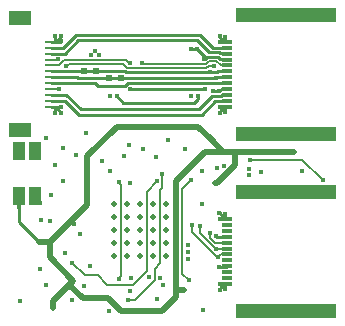
<source format=gbr>
%TF.GenerationSoftware,Altium Limited,Altium Designer,23.5.1 (21)*%
G04 Layer_Physical_Order=4*
G04 Layer_Color=16711680*
%FSLAX45Y45*%
%MOMM*%
%TF.SameCoordinates,8EFB5E64-3944-4511-97F7-C7C57B94F044*%
%TF.FilePolarity,Positive*%
%TF.FileFunction,Copper,L4,Bot,Signal*%
%TF.Part,CustomerPanel*%
G01*
G75*
%TA.AperFunction,ConnectorPad*%
%ADD10R,0.85000X0.30000*%
%ADD11R,1.05000X0.28000*%
%TA.AperFunction,SMDPad,CuDef*%
%ADD12R,0.60000X0.60000*%
%TA.AperFunction,Conductor*%
%ADD26C,0.12700*%
%ADD27C,0.25400*%
%ADD28C,0.50800*%
%TA.AperFunction,ConnectorPad*%
%ADD29R,8.50000X1.20000*%
%ADD30R,1.95000X1.20000*%
%TA.AperFunction,ComponentPad*%
%ADD31C,0.65000*%
%TA.AperFunction,ViaPad*%
%ADD32C,0.45000*%
%ADD33C,0.50000*%
%TA.AperFunction,SMDPad,CuDef*%
%ADD34R,1.00000X1.60000*%
%TA.AperFunction,NonConductor*%
%ADD35C,0.25400*%
D10*
X2707500Y2824997D02*
D03*
Y2874997D02*
D03*
Y2924997D02*
D03*
Y2974997D02*
D03*
Y3024997D02*
D03*
Y3074997D02*
D03*
Y3124997D02*
D03*
Y3174997D02*
D03*
Y3224997D02*
D03*
Y3274997D02*
D03*
Y3324997D02*
D03*
Y3374997D02*
D03*
Y1874997D02*
D03*
Y1824997D02*
D03*
Y1774997D02*
D03*
Y1724997D02*
D03*
Y1674997D02*
D03*
Y1624997D02*
D03*
Y1574997D02*
D03*
Y1524997D02*
D03*
Y1474997D02*
D03*
Y1424997D02*
D03*
Y1374997D02*
D03*
Y1324997D02*
D03*
D11*
X1215000Y3374997D02*
D03*
Y3324997D02*
D03*
Y3274997D02*
D03*
Y3224997D02*
D03*
Y3174997D02*
D03*
Y3124997D02*
D03*
Y3074997D02*
D03*
Y3024997D02*
D03*
Y2974997D02*
D03*
Y2924997D02*
D03*
Y2874997D02*
D03*
Y2824997D02*
D03*
D12*
X1805000Y3067497D02*
D03*
X1705000D02*
D03*
X1595000Y3124997D02*
D03*
X1495000D02*
D03*
D26*
X1927500Y1189997D02*
X2092500Y1354997D01*
Y1454997D02*
X2137500Y1499997D01*
X2092500Y1354997D02*
Y1454997D01*
X1912500Y1319997D02*
X2025000Y1432497D01*
X1687500Y1319997D02*
X1912500D01*
X2025000Y1432497D02*
Y2106125D01*
X1395000Y1502497D02*
X1500000Y1397497D01*
X1610000D01*
X1687500Y1319997D01*
X1790000Y2181407D02*
Y2189997D01*
Y2181407D02*
X1805000Y2166407D01*
X1790630Y1370627D02*
Y1379368D01*
X1805000Y1393738D02*
Y2166407D01*
X1790630Y1379368D02*
X1805000Y1393738D01*
X2137500Y1499997D02*
Y2119997D01*
X2157500Y2139997D01*
Y2254997D01*
X2902500Y2377497D02*
X3342500D01*
X2327500Y1409997D02*
X2382500Y1354997D01*
X2327500Y1409997D02*
Y2132497D01*
X2400000Y2204997D01*
X1868966Y1189997D02*
X1927500D01*
X2025000Y2106125D02*
X2114984Y2196110D01*
X2405000Y1827097D02*
X2405400Y1827497D01*
X2405000Y1766236D02*
Y1827097D01*
X2560651Y1716846D02*
X2602500Y1674997D01*
X2558399Y1758396D02*
X2560651Y1756145D01*
Y1716846D02*
Y1756145D01*
X2405000Y1766236D02*
X2620363Y1550873D01*
X2628074D01*
X2602500Y1674997D02*
X2707500D01*
X2475000Y1754997D02*
X2612500Y1617497D01*
X2475000Y1754997D02*
Y1812497D01*
X3342500Y2377497D02*
X3515000Y2204997D01*
X1282744Y3174997D02*
X1325244Y3217497D01*
X2652198Y1574997D02*
X2707500D01*
X2628074Y1550873D02*
X2652198Y1574997D01*
X2703750Y1621247D02*
X2707500Y1624997D01*
X2616250Y1621247D02*
X2703750D01*
X2612500Y1617497D02*
X2616250Y1621247D01*
X1876259Y3194997D02*
X1885000D01*
X1853759Y3217497D02*
X1876259Y3194997D01*
X1325244Y3217497D02*
X1853759D01*
X1366240Y3187497D02*
X1827500D01*
X1861550Y3153447D02*
X2530631D01*
X1827500Y3187497D02*
X1861550Y3153447D01*
X1342900Y3172897D02*
X1351640D01*
X1366240Y3187497D01*
X2530631Y3153447D02*
X2548542Y3171358D01*
X2594320D02*
X2596280Y3169397D01*
X2548542Y3171358D02*
X2594320D01*
X2529710Y3188447D02*
X2554171Y3212908D01*
X2008590Y3188447D02*
X2529710D01*
X1985000Y3194997D02*
X1991180Y3188817D01*
X2008220D01*
X2008590Y3188447D01*
X2554171Y3212908D02*
X2613491D01*
X2651401Y3174997D01*
X2707500D01*
X1215000D02*
X1282744D01*
D27*
X1825043Y2859997D02*
X2427500D01*
X2456445Y2888942D02*
Y2911195D01*
X2427500Y2859997D02*
X2456445Y2888942D01*
X1402500Y1349997D02*
X1404808Y1352306D01*
X2674435Y1875682D02*
X2706815D01*
X2682804Y1887497D02*
X2686249D01*
X2645304Y1924997D02*
X2682804Y1887497D01*
X2640000Y1924997D02*
X2645304D01*
X2650228Y1472697D02*
X2705200D01*
X2707500Y1474997D01*
X2692300Y1324997D02*
X2707500D01*
X2645304Y1467773D02*
X2650228Y1472697D01*
X2640000Y1467773D02*
X2645304D01*
X2691615Y1324312D02*
X2692300Y1324997D01*
X2642500Y1274997D02*
X2646250Y1278748D01*
X2642055Y1324312D02*
X2691615D01*
X2646250Y1278748D02*
Y1291248D01*
X2677700Y1322697D01*
X2641370Y1323627D02*
X2642055Y1324312D01*
X2615000Y1727497D02*
X2617500Y1724997D01*
X2707500D01*
X1249400Y3376297D02*
Y3426297D01*
X1247500Y2774997D02*
Y2823697D01*
X2690000Y3377297D02*
Y3416546D01*
Y2783448D02*
Y2822697D01*
X2686249Y1887497D02*
Y1920296D01*
X2690000Y1283448D02*
Y1322697D01*
X1770189Y2914851D02*
X1825043Y2859997D01*
X2456445Y2911195D02*
X2460195Y2914946D01*
X945000Y1847497D02*
Y1979997D01*
Y1847497D02*
X1115000Y1677497D01*
X1843421Y3124997D02*
X1848421Y3119997D01*
X2562500D01*
X1595000Y3124997D02*
X1843421D01*
X1610000Y2999997D02*
X1841851D01*
X1868744Y3026890D01*
X1585000Y3024997D02*
X1610000Y2999997D01*
X1215000Y3024997D02*
X1585000D01*
X1437500Y3074997D02*
X1444800Y3067697D01*
X1687700D01*
X2512300D02*
X2562079D01*
X1805000Y3084997D02*
X1822300Y3067697D01*
X2512300D01*
X2512500Y3067497D01*
X2562500Y3119997D02*
X2564000Y3121497D01*
X1687700Y3067697D02*
X1705000Y3084997D01*
X1215000Y3074997D02*
X1437500D01*
X1490000Y3124997D02*
X1495000Y3119997D01*
X1215000Y3124997D02*
X1490000D01*
X2532464Y3244658D02*
X2626642D01*
X2452500Y3312497D02*
X2520339Y3244658D01*
X2402500Y3312497D02*
X2452500D01*
X2512500Y3229997D02*
X2517804D01*
X2532464Y3244658D01*
X2520339D02*
X2532464D01*
X2450000Y3387497D02*
X2552500Y3284997D01*
X1253500Y3276297D02*
X1254800Y3274997D01*
X2552500Y3284997D02*
X2640184D01*
X1445000Y3387497D02*
X2450000D01*
X2637500Y2962497D02*
X2642804D01*
X2587500D02*
X2637500D01*
X2614199Y2913097D02*
X2615699Y2914597D01*
X2657341D02*
X2665441Y2922697D01*
X2653004Y2972697D02*
X2705200D01*
X2578100Y2913097D02*
X2614199D01*
X2642804Y2962497D02*
X2653004Y2972697D01*
X2705200D02*
X2707500Y2974997D01*
X2665441Y2922697D02*
X2705200D01*
X2615699Y2914597D02*
X2657341D01*
X1887500Y2975397D02*
X1887700Y2975197D01*
X2514800D01*
X2515000Y2974997D01*
X1332500Y3274997D02*
X1445000Y3387497D01*
X1320000Y3324997D02*
X1430000Y3434997D01*
X2475000D02*
X2585000Y3324997D01*
X1430000Y3434997D02*
X2475000D01*
X1332500Y2874997D02*
X1450000Y2757497D01*
X2490000D02*
X2607500Y2874997D01*
X1450000Y2757497D02*
X2490000D01*
X1254800Y3274997D02*
X1332500D01*
X1215000D02*
X1254800D01*
X2647884Y3277297D02*
X2680000D01*
X2640184Y3284997D02*
X2647884Y3277297D01*
X1215000Y3324997D02*
X1320000D01*
X2585000D02*
X2707500D01*
X2705200Y2922697D02*
X2707500Y2924997D01*
X2470000Y2804997D02*
X2578100Y2913097D01*
X1465000Y2804997D02*
X2470000D01*
X1215000Y2924997D02*
X1345000D01*
X1465000Y2804997D01*
X2607500Y2874997D02*
X2707500D01*
X1215000D02*
X1332500D01*
X2626377Y3124997D02*
X2707500D01*
X2564000Y3121497D02*
X2622877D01*
X2626377Y3124997D01*
X2610849Y3071807D02*
X2611939Y3072897D01*
X2566189Y3071807D02*
X2610849D01*
X2507687Y3024997D02*
X2707500D01*
X2505794Y3026890D02*
X2507687Y3024997D01*
X1868744Y3026890D02*
X2505794D01*
X2562079Y3067697D02*
X2566189Y3071807D01*
X2644003Y3227297D02*
X2705200D01*
X2626642Y3244658D02*
X2644003Y3227297D01*
X2705200D02*
X2707500Y3224997D01*
X2707220Y3075277D02*
X2707500Y3074997D01*
X2612219Y3075277D02*
X2707220D01*
X2642055Y1875682D02*
X2674435D01*
X2686249Y1887497D01*
X2706815Y1875682D02*
X2707500Y1874997D01*
X2641370Y1876367D02*
X2642055Y1875682D01*
X2677700Y1322697D02*
X2690000D01*
X2692300Y2824997D02*
X2707500D01*
X2679314Y2824312D02*
X2691614D01*
X2642055D02*
X2679314D01*
X2646250Y2791248D02*
X2679314Y2824312D01*
X2646250Y2778748D02*
Y2791248D01*
X2642500Y2774997D02*
X2646250Y2778748D01*
X2691614Y2824312D02*
X2692300Y2824997D01*
X2690000Y2822697D02*
X2691614Y2824312D01*
X2641370Y2823627D02*
X2642055Y2824312D01*
X2692300Y3374997D02*
X2707500D01*
X2679315Y3375682D02*
X2691615D01*
X2642055D02*
X2679315D01*
X2646250Y3408747D02*
X2679315Y3375682D01*
X2646250Y3408747D02*
Y3421247D01*
X2642500Y3424997D02*
X2646250Y3421247D01*
X2691615Y3375682D02*
X2692300Y3374997D01*
X2690000Y3377297D02*
X2691615Y3375682D01*
X2641370Y3376367D02*
X2642055Y3375682D01*
X1248100Y3374997D02*
X1253500D01*
X1215000D02*
X1248100D01*
X1254800Y3376297D02*
X1296900D01*
X1249400D02*
X1254800D01*
X1295649Y3417147D01*
X1253500Y3374997D02*
X1254800Y3376297D01*
X1295649Y3417147D02*
Y3422547D01*
X1299400Y3426297D01*
X1216300Y3376297D02*
X1249400D01*
X1215000Y3374997D02*
X1216300Y3376297D01*
X1296900D02*
X1299400Y3378797D01*
X1248100Y3374997D02*
X1249400Y3376297D01*
X1254750Y2823747D02*
X1296250D01*
X1247450D02*
X1254750D01*
X1246200Y2824997D02*
X1253500D01*
X1215000D02*
X1246200D01*
X1254750Y2823747D02*
X1293750Y2784748D01*
X1253500Y2824997D02*
X1254750Y2823747D01*
X1293750Y2778747D02*
Y2784748D01*
Y2778747D02*
X1297500Y2774997D01*
X1247450Y2823747D02*
X1247500Y2823697D01*
X1246200Y2824997D02*
X1247450Y2823747D01*
X1216250D02*
X1247450D01*
X1215000Y2824997D02*
X1216250Y2823747D01*
X1296250D02*
X1297500Y2822497D01*
D28*
X1371250Y1318747D02*
X1402500Y1349997D01*
X1232500Y1179997D02*
X1371250Y1318747D01*
X1482500Y1207497D01*
X1697500D01*
X1810000Y1094997D01*
X2460000Y2654997D02*
Y2657497D01*
Y2654997D02*
X2566250Y2548747D01*
X1828750Y2657497D02*
X2460000D01*
X1772500D02*
X1828750D01*
X1520000Y2404997D02*
X1772500Y2657497D01*
X2457304Y2654801D02*
X2460000Y2657497D01*
X2566250Y2548747D02*
Y2548751D01*
Y2548747D02*
X2672500Y2442497D01*
X2773450Y2332746D02*
Y2439046D01*
X2672500Y2442497D02*
X2770000D01*
X2773450Y2439046D01*
X2275000Y1279997D02*
Y2197497D01*
Y1214997D02*
Y1279997D01*
X2277500Y1277497D02*
X2337500D01*
X2275000Y1279997D02*
X2277500Y1277497D01*
X2155000Y1094997D02*
X2275000Y1214997D01*
X2770000Y2442497D02*
X3272500D01*
X2618201Y2177497D02*
X2773450Y2332746D01*
X2607500Y2177497D02*
X2618201D01*
X2275000Y2197497D02*
X2520000Y2442497D01*
X2672500D01*
X1810000Y1094997D02*
X2155000D01*
X1232500Y1119997D02*
Y1179997D01*
X1202500Y1549997D02*
X1402500Y1349997D01*
X1202500Y1549997D02*
Y1677497D01*
X1115000D02*
X1202500D01*
X1520000Y1994997D02*
Y2312497D01*
X1202500Y1677497D02*
X1520000Y1994997D01*
Y2312497D02*
Y2404997D01*
D29*
X3207500Y3604997D02*
D03*
Y2594997D02*
D03*
Y1094997D02*
D03*
Y2104997D02*
D03*
D30*
X950000Y3574997D02*
D03*
Y2624997D02*
D03*
D31*
X932486Y2059973D02*
D03*
X932485Y2464972D02*
D03*
D32*
X1409999Y1829997D02*
D03*
X2502500Y1107497D02*
D03*
X1390000Y1189997D02*
D03*
X1702500Y1099997D02*
D03*
X2460000Y2657497D02*
D03*
X1828750D02*
D03*
X2140000Y1374997D02*
D03*
X2902500Y2377497D02*
D03*
X2377500Y1594997D02*
D03*
Y1534997D02*
D03*
X2377348Y1655068D02*
D03*
X1642500Y2364997D02*
D03*
X1317500Y2477497D02*
D03*
X1507500Y2602497D02*
D03*
X1252500Y2332497D02*
D03*
X1125000Y1454997D02*
D03*
X1212500Y2074997D02*
D03*
X1425000Y2419997D02*
D03*
X2100000Y2397497D02*
D03*
X1832500Y2407497D02*
D03*
X1495000Y1309997D02*
D03*
X1210000Y1854997D02*
D03*
X1545000Y1479997D02*
D03*
X1395000Y1502497D02*
D03*
X1330000Y1584997D02*
D03*
X1868966Y1189997D02*
D03*
X1790630Y1370627D02*
D03*
X1790000Y2189997D02*
D03*
X1883594Y2178592D02*
D03*
X2114984Y2196110D02*
D03*
X2157500Y2254997D02*
D03*
X1885701Y1267912D02*
D03*
X1810000Y1094997D02*
D03*
X2607500Y2177497D02*
D03*
X2490000Y2279997D02*
D03*
X2405400Y1827497D02*
D03*
X2115000Y1194997D02*
D03*
X2680000Y2324997D02*
D03*
X2622500Y2309997D02*
D03*
X2807500Y2104997D02*
D03*
X2640000Y1924997D02*
D03*
X2895110Y2295005D02*
D03*
X2895200Y2244997D02*
D03*
X2992500Y2269997D02*
D03*
X2558399Y1758396D02*
D03*
X2640000Y1467773D02*
D03*
X2628074Y1550873D02*
D03*
X2642500Y1274997D02*
D03*
X2641370Y1323627D02*
D03*
X2615000Y1727497D02*
D03*
X3515000Y2204997D02*
D03*
X2045000Y1379997D02*
D03*
X1888516Y1375739D02*
D03*
X1249400Y3426297D02*
D03*
X1247500Y2774997D02*
D03*
X1275768Y3226782D02*
D03*
X2690000Y3416546D02*
D03*
Y2783448D02*
D03*
X2686249Y1920296D02*
D03*
X2690000Y1283448D02*
D03*
X1000000Y3560397D02*
D03*
X950000D02*
D03*
X900000D02*
D03*
X1000000Y2639597D02*
D03*
X950000D02*
D03*
X900000D02*
D03*
X2382500Y1354997D02*
D03*
X2612500Y1617497D02*
D03*
X2475000Y1812497D02*
D03*
X2400000Y2204997D02*
D03*
X2352500Y2467497D02*
D03*
X2207500Y2542497D02*
D03*
X1995000Y2467497D02*
D03*
X1876250Y2501247D02*
D03*
X1172500Y2557497D02*
D03*
X2402500Y2915490D02*
D03*
X2460195Y2914946D02*
D03*
X3272500Y2442497D02*
D03*
X1232500Y1119997D02*
D03*
X952500Y1179997D02*
D03*
X1175000Y1317497D02*
D03*
X1402500Y1349997D02*
D03*
X3337500Y2282497D02*
D03*
X2162500Y1314997D02*
D03*
X2490000Y2004997D02*
D03*
X1715000Y2277497D02*
D03*
X1317500Y2194997D02*
D03*
X1520000Y2312497D02*
D03*
X2337500Y1277497D02*
D03*
X1115000Y1677497D02*
D03*
X1460000Y1749997D02*
D03*
X1127500Y1862497D02*
D03*
X1125000Y2007497D02*
D03*
X945000Y1979997D02*
D03*
X1885000Y3194997D02*
D03*
X950000Y2592497D02*
D03*
X1000000D02*
D03*
X900000D02*
D03*
X1000000Y3607497D02*
D03*
X900000D02*
D03*
X950000D02*
D03*
X3207500Y1094997D02*
D03*
X3107500D02*
D03*
X3007500D02*
D03*
X2907500D02*
D03*
X2807500D02*
D03*
X3607500D02*
D03*
X3507500D02*
D03*
X3407500D02*
D03*
X3307500D02*
D03*
X3207500Y2104997D02*
D03*
X3107500D02*
D03*
X3007500D02*
D03*
X2907500D02*
D03*
X3607500D02*
D03*
X3507500D02*
D03*
X3407500D02*
D03*
X3307500D02*
D03*
X3207500Y2594997D02*
D03*
X3107500D02*
D03*
X3007500D02*
D03*
X2907500D02*
D03*
X2807500D02*
D03*
X3607500D02*
D03*
X3507500D02*
D03*
X3407500D02*
D03*
X3307500D02*
D03*
Y3604997D02*
D03*
X3407500D02*
D03*
X3507500D02*
D03*
X3607500D02*
D03*
X2807500D02*
D03*
X2907500D02*
D03*
X3007500D02*
D03*
X3107500D02*
D03*
X3207500D02*
D03*
X2562500Y3119997D02*
D03*
X1342900Y3172897D02*
D03*
X1585000Y3299997D02*
D03*
X1550000Y3262497D02*
D03*
X1620000Y3262497D02*
D03*
X2452500Y3312497D02*
D03*
X2402500D02*
D03*
X2512500Y3229997D02*
D03*
X2587500Y2962497D02*
D03*
X2637500D02*
D03*
X2515000Y2974997D02*
D03*
X2596280Y3169397D02*
D03*
X2611939Y3072897D02*
D03*
X2641370Y1876367D02*
D03*
Y2823627D02*
D03*
X2642500Y2774997D02*
D03*
Y3424997D02*
D03*
X2641370Y3376367D02*
D03*
X1299400Y3426297D02*
D03*
Y3378797D02*
D03*
X1297500Y2822497D02*
D03*
Y2774997D02*
D03*
X1887500Y2975397D02*
D03*
X1770189Y2914851D02*
D03*
X1712500Y2915944D02*
D03*
X1985000Y3194997D02*
D03*
X1280000Y2974997D02*
D03*
D33*
X2190000Y1559997D02*
D03*
X2080000D02*
D03*
X1970000D02*
D03*
X1860000D02*
D03*
X1750000D02*
D03*
X2190000Y1669997D02*
D03*
X2080000D02*
D03*
X1970000D02*
D03*
X1860000D02*
D03*
X1750000D02*
D03*
X2190000Y1779997D02*
D03*
X2080000D02*
D03*
X1970000D02*
D03*
X1860000D02*
D03*
X1750000D02*
D03*
X2190000Y1889997D02*
D03*
X2080000D02*
D03*
X1970000D02*
D03*
X1860000D02*
D03*
X1750000D02*
D03*
X2190000Y1999997D02*
D03*
X2080000D02*
D03*
X1970000D02*
D03*
X1860000D02*
D03*
X1750000D02*
D03*
D34*
X942485Y2452472D02*
D03*
Y2072473D02*
D03*
X1082485Y2452472D02*
D03*
X1082486Y2072473D02*
D03*
D35*
X1705000Y3067497D02*
X1805000D01*
X1495000Y3124997D02*
X1595000D01*
%TF.MD5,dec79b11c06b47e73fee4166d9e62c55*%
M02*

</source>
